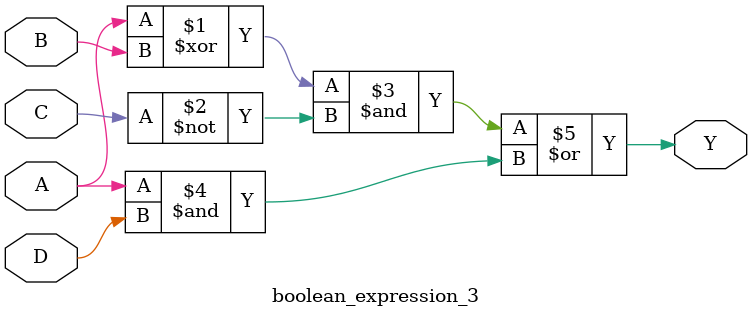
<source format=v>
`timescale 1ns / 1ps
module boolean_expression_3(A, B, C, D, Y);
    input  A, B, C, D;
    output Y;
    assign Y = ((A ^ B) & (~C)) | (A & D);
endmodule

</source>
